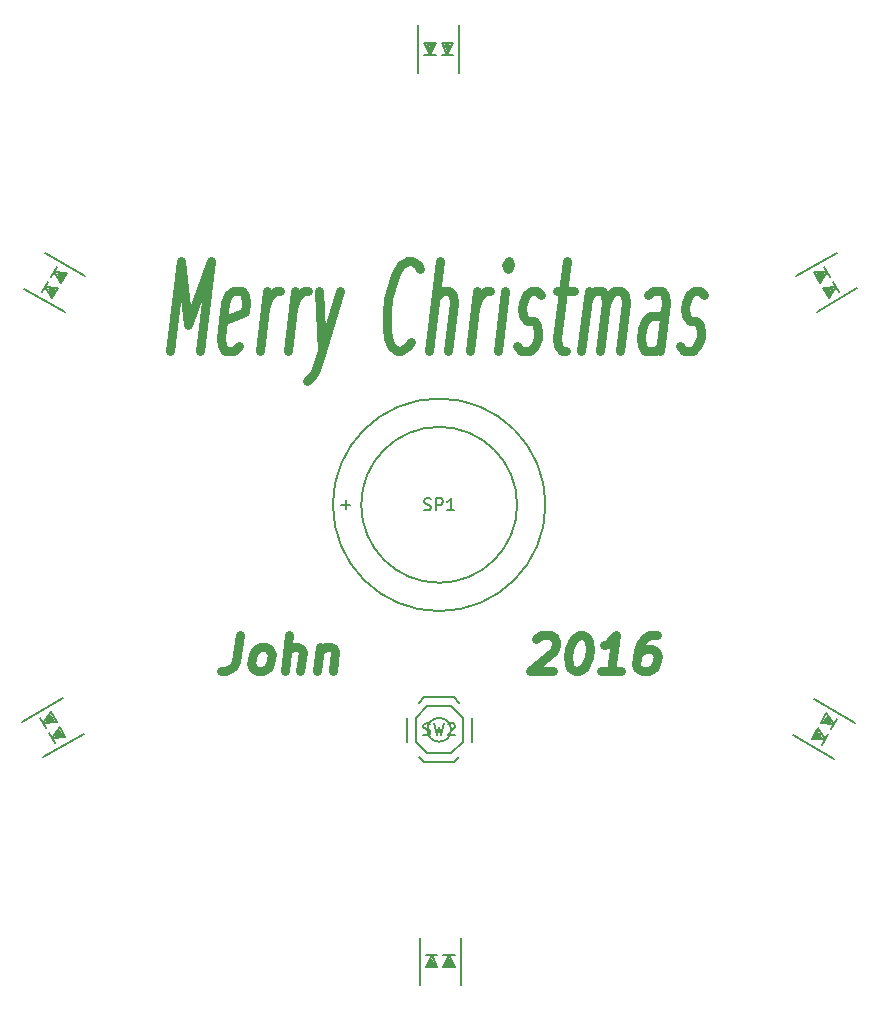
<source format=gbr>
G04 #@! TF.GenerationSoftware,KiCad,Pcbnew,(2016-12-02 revision 54c5f6b)-makepkg*
G04 #@! TF.CreationDate,2016-12-08T23:13:55-06:00*
G04 #@! TF.ProjectId,Star,537461722E6B696361645F7063620000,rev?*
G04 #@! TF.FileFunction,Legend,Top*
G04 #@! TF.FilePolarity,Positive*
%FSLAX46Y46*%
G04 Gerber Fmt 4.6, Leading zero omitted, Abs format (unit mm)*
G04 Created by KiCad (PCBNEW (2016-12-02 revision 54c5f6b)-makepkg) date 12/08/16 23:13:55*
%MOMM*%
%LPD*%
G01*
G04 APERTURE LIST*
%ADD10C,0.100000*%
%ADD11C,0.762000*%
%ADD12C,0.203200*%
%ADD13C,0.150000*%
G04 APERTURE END LIST*
D10*
D11*
X110110587Y-108820857D02*
X109838444Y-110998000D01*
X109638873Y-111433428D01*
X109312301Y-111723714D01*
X108858730Y-111868857D01*
X108568444Y-111868857D01*
X111616444Y-111868857D02*
X111344301Y-111723714D01*
X111217301Y-111578571D01*
X111108444Y-111288285D01*
X111217301Y-110417428D01*
X111398730Y-110127142D01*
X111562016Y-109982000D01*
X111870444Y-109836857D01*
X112305873Y-109836857D01*
X112578016Y-109982000D01*
X112705016Y-110127142D01*
X112813873Y-110417428D01*
X112705016Y-111288285D01*
X112523587Y-111578571D01*
X112360301Y-111723714D01*
X112051873Y-111868857D01*
X111616444Y-111868857D01*
X113938730Y-111868857D02*
X114319730Y-108820857D01*
X115245016Y-111868857D02*
X115444587Y-110272285D01*
X115335730Y-109982000D01*
X115063587Y-109836857D01*
X114628158Y-109836857D01*
X114319730Y-109982000D01*
X114156444Y-110127142D01*
X116950444Y-109836857D02*
X116696444Y-111868857D01*
X116914158Y-110127142D02*
X117077444Y-109982000D01*
X117385873Y-109836857D01*
X117821301Y-109836857D01*
X118093444Y-109982000D01*
X118202301Y-110272285D01*
X118002730Y-111868857D01*
X135220301Y-109111142D02*
X135383587Y-108966000D01*
X135692016Y-108820857D01*
X136417730Y-108820857D01*
X136689873Y-108966000D01*
X136816873Y-109111142D01*
X136925730Y-109401428D01*
X136889444Y-109691714D01*
X136689873Y-110127142D01*
X134730444Y-111868857D01*
X136617301Y-111868857D01*
X138885158Y-108820857D02*
X139175444Y-108820857D01*
X139447587Y-108966000D01*
X139574587Y-109111142D01*
X139683444Y-109401428D01*
X139756016Y-109982000D01*
X139665301Y-110707714D01*
X139447587Y-111288285D01*
X139266158Y-111578571D01*
X139102873Y-111723714D01*
X138794444Y-111868857D01*
X138504158Y-111868857D01*
X138232016Y-111723714D01*
X138105016Y-111578571D01*
X137996158Y-111288285D01*
X137923587Y-110707714D01*
X138014301Y-109982000D01*
X138232016Y-109401428D01*
X138413444Y-109111142D01*
X138576730Y-108966000D01*
X138885158Y-108820857D01*
X142423016Y-111868857D02*
X140681301Y-111868857D01*
X141552158Y-111868857D02*
X141933158Y-108820857D01*
X141588444Y-109256285D01*
X141261873Y-109546571D01*
X140953444Y-109691714D01*
X145416587Y-108820857D02*
X144836016Y-108820857D01*
X144527587Y-108966000D01*
X144364301Y-109111142D01*
X144019587Y-109546571D01*
X143801873Y-110127142D01*
X143656730Y-111288285D01*
X143765587Y-111578571D01*
X143892587Y-111723714D01*
X144164730Y-111868857D01*
X144745301Y-111868857D01*
X145053730Y-111723714D01*
X145217016Y-111578571D01*
X145398444Y-111288285D01*
X145489158Y-110562571D01*
X145380301Y-110272285D01*
X145253301Y-110127142D01*
X144981158Y-109982000D01*
X144400587Y-109982000D01*
X144092158Y-110127142D01*
X143928873Y-110272285D01*
X143747444Y-110562571D01*
X104191480Y-84727142D02*
X105143980Y-77107142D01*
X105733623Y-82550000D01*
X107683980Y-77107142D01*
X106731480Y-84727142D01*
X110042551Y-84364285D02*
X109634337Y-84727142D01*
X108908623Y-84727142D01*
X108591123Y-84364285D01*
X108500408Y-83638571D01*
X108863266Y-80735714D01*
X109135408Y-80010000D01*
X109543623Y-79647142D01*
X110269337Y-79647142D01*
X110586837Y-80010000D01*
X110677551Y-80735714D01*
X110586837Y-81461428D01*
X108681837Y-82187142D01*
X111811480Y-84727142D02*
X112446480Y-79647142D01*
X112265051Y-81098571D02*
X112537194Y-80372857D01*
X112763980Y-80010000D01*
X113172194Y-79647142D01*
X113535051Y-79647142D01*
X114170051Y-84727142D02*
X114805051Y-79647142D01*
X114623623Y-81098571D02*
X114895766Y-80372857D01*
X115122551Y-80010000D01*
X115530766Y-79647142D01*
X115893623Y-79647142D01*
X116800766Y-79647142D02*
X117072908Y-84727142D01*
X118615051Y-79647142D02*
X117072908Y-84727142D01*
X116483266Y-86541428D01*
X116256480Y-86904285D01*
X115848266Y-87267142D01*
X124602194Y-84001428D02*
X124375408Y-84364285D01*
X123785766Y-84727142D01*
X123422908Y-84727142D01*
X122923980Y-84364285D01*
X122651837Y-83638571D01*
X122561123Y-82912857D01*
X122561123Y-81461428D01*
X122697194Y-80372857D01*
X123060051Y-78921428D01*
X123332194Y-78195714D01*
X123785766Y-77470000D01*
X124375408Y-77107142D01*
X124738266Y-77107142D01*
X125237194Y-77470000D01*
X125373266Y-77832857D01*
X126144337Y-84727142D02*
X127096837Y-77107142D01*
X127777194Y-84727142D02*
X128276123Y-80735714D01*
X128185408Y-80010000D01*
X127867908Y-79647142D01*
X127323623Y-79647142D01*
X126915408Y-80010000D01*
X126688623Y-80372857D01*
X129591480Y-84727142D02*
X130226480Y-79647142D01*
X130045051Y-81098571D02*
X130317194Y-80372857D01*
X130543980Y-80010000D01*
X130952194Y-79647142D01*
X131315051Y-79647142D01*
X131950051Y-84727142D02*
X132585051Y-79647142D01*
X132902551Y-77107142D02*
X132675766Y-77470000D01*
X132811837Y-77832857D01*
X133038623Y-77470000D01*
X132902551Y-77107142D01*
X132811837Y-77832857D01*
X133628266Y-84364285D02*
X133945766Y-84727142D01*
X134671480Y-84727142D01*
X135079694Y-84364285D01*
X135351837Y-83638571D01*
X135397194Y-83275714D01*
X135306480Y-82550000D01*
X134988980Y-82187142D01*
X134444694Y-82187142D01*
X134127194Y-81824285D01*
X134036480Y-81098571D01*
X134081837Y-80735714D01*
X134353980Y-80010000D01*
X134762194Y-79647142D01*
X135306480Y-79647142D01*
X135623980Y-80010000D01*
X136939337Y-79647142D02*
X138390766Y-79647142D01*
X137801123Y-77107142D02*
X136984694Y-83638571D01*
X137075408Y-84364285D01*
X137392908Y-84727142D01*
X137755766Y-84727142D01*
X139025766Y-84727142D02*
X139660766Y-79647142D01*
X139570051Y-80372857D02*
X139796837Y-80010000D01*
X140205051Y-79647142D01*
X140749337Y-79647142D01*
X141066837Y-80010000D01*
X141157551Y-80735714D01*
X140658623Y-84727142D01*
X141157551Y-80735714D02*
X141429694Y-80010000D01*
X141837908Y-79647142D01*
X142382194Y-79647142D01*
X142699694Y-80010000D01*
X142790408Y-80735714D01*
X142291480Y-84727142D01*
X145738623Y-84727142D02*
X146237551Y-80735714D01*
X146146837Y-80010000D01*
X145829337Y-79647142D01*
X145103623Y-79647142D01*
X144695408Y-80010000D01*
X145783980Y-84364285D02*
X145375766Y-84727142D01*
X144468623Y-84727142D01*
X144151123Y-84364285D01*
X144060408Y-83638571D01*
X144151123Y-82912857D01*
X144423266Y-82187142D01*
X144831480Y-81824285D01*
X145738623Y-81824285D01*
X146146837Y-81461428D01*
X147416837Y-84364285D02*
X147734337Y-84727142D01*
X148460051Y-84727142D01*
X148868266Y-84364285D01*
X149140408Y-83638571D01*
X149185766Y-83275714D01*
X149095051Y-82550000D01*
X148777551Y-82187142D01*
X148233266Y-82187142D01*
X147915766Y-81824285D01*
X147825051Y-81098571D01*
X147870408Y-80735714D01*
X148142551Y-80010000D01*
X148550766Y-79647142D01*
X149095051Y-79647142D01*
X149412551Y-80010000D01*
D12*
X94103621Y-115883763D02*
X93993636Y-115947263D01*
X94230621Y-116103734D02*
X94103621Y-115883763D01*
X93773665Y-116074263D02*
X94230621Y-116103734D01*
X94086606Y-115600293D02*
X93773665Y-116074263D01*
X94404106Y-116150219D02*
X94086606Y-115600293D01*
X94755636Y-117267086D02*
X94802121Y-117093601D01*
X95039106Y-117250071D02*
X94755636Y-117267086D01*
X94848606Y-116920115D02*
X95039106Y-117250071D01*
X94535665Y-117394086D02*
X94848606Y-116920115D01*
X95102606Y-117360056D02*
X94535665Y-117394086D01*
X95158342Y-114138594D02*
X91694241Y-116138594D01*
X96908342Y-117169683D02*
X93444241Y-119169683D01*
X93743279Y-116687632D02*
X93243279Y-115821607D01*
X93493279Y-116254620D02*
X94609304Y-116187632D01*
X94109304Y-115321607D02*
X93493279Y-116254620D01*
X94609304Y-116187632D02*
X94109304Y-115321607D01*
X94493279Y-117986670D02*
X93993279Y-117120645D01*
X94243279Y-117553658D02*
X95359304Y-117486670D01*
X94859304Y-116620645D02*
X94243279Y-117553658D01*
X95359304Y-117486670D02*
X94859304Y-116620645D01*
X127876300Y-136639300D02*
X127876300Y-136512300D01*
X127622300Y-136639300D02*
X127876300Y-136639300D01*
X127876300Y-136258300D02*
X127622300Y-136639300D01*
X128130300Y-136766300D02*
X127876300Y-136258300D01*
X127495300Y-136766300D02*
X128130300Y-136766300D01*
X126352300Y-136512300D02*
X126479300Y-136639300D01*
X126225300Y-136766300D02*
X126352300Y-136512300D01*
X126606300Y-136766300D02*
X126225300Y-136766300D01*
X126352300Y-136258300D02*
X126606300Y-136766300D01*
X126098300Y-136766300D02*
X126352300Y-136258300D01*
X128860300Y-138425300D02*
X128860300Y-134425300D01*
X125360300Y-138425300D02*
X125360300Y-134425300D01*
X127360300Y-135925300D02*
X128360300Y-135925300D01*
X127860300Y-135925300D02*
X127360300Y-136925300D01*
X128360300Y-136925300D02*
X127860300Y-135925300D01*
X127360300Y-136925300D02*
X128360300Y-136925300D01*
X125860300Y-135925300D02*
X126860300Y-135925300D01*
X126360300Y-135925300D02*
X125860300Y-136925300D01*
X126860300Y-136925300D02*
X126360300Y-135925300D01*
X125860300Y-136925300D02*
X126860300Y-136925300D01*
X159793096Y-115428067D02*
X159293096Y-116294092D01*
X159293096Y-116294092D02*
X160409121Y-116361079D01*
X160409121Y-116361079D02*
X159793096Y-115428067D01*
X160659121Y-115928067D02*
X160159121Y-116794092D01*
X159043096Y-116727105D02*
X158543096Y-117593130D01*
X158543096Y-117593130D02*
X159659121Y-117660117D01*
X159659121Y-117660117D02*
X159043096Y-116727105D01*
X159909121Y-117227105D02*
X159409121Y-118093130D01*
X158744058Y-114245054D02*
X162208159Y-116245054D01*
X156994058Y-117276143D02*
X160458159Y-119276143D01*
X159811794Y-115713681D02*
X160124735Y-116187651D01*
X160124735Y-116187651D02*
X159557794Y-116153622D01*
X159557794Y-116153622D02*
X159748294Y-115823666D01*
X159748294Y-115823666D02*
X159904764Y-116060651D01*
X159904764Y-116060651D02*
X159731279Y-116107136D01*
X159113294Y-116923518D02*
X158795794Y-117473444D01*
X158795794Y-117473444D02*
X159362735Y-117507474D01*
X159362735Y-117507474D02*
X159159779Y-117097003D01*
X159159779Y-117097003D02*
X159032779Y-117316974D01*
X159032779Y-117316974D02*
X159142764Y-117380474D01*
X158755288Y-78118730D02*
X159255288Y-78984755D01*
X159255288Y-78984755D02*
X159871313Y-78051742D01*
X159871313Y-78051742D02*
X158755288Y-78118730D01*
X159621313Y-77618730D02*
X160121313Y-78484755D01*
X159505288Y-79417768D02*
X160005288Y-80283793D01*
X160005288Y-80283793D02*
X160621313Y-79350780D01*
X160621313Y-79350780D02*
X159505288Y-79417768D01*
X160371313Y-78917768D02*
X160871313Y-79783793D01*
X157206250Y-78435717D02*
X160670351Y-76435717D01*
X158956250Y-81466806D02*
X162420351Y-79466806D01*
X159011986Y-78245344D02*
X159578927Y-78211314D01*
X159578927Y-78211314D02*
X159265986Y-78685285D01*
X159265986Y-78685285D02*
X159075486Y-78355329D01*
X159075486Y-78355329D02*
X159358956Y-78338314D01*
X159358956Y-78338314D02*
X159312471Y-78511799D01*
X159710486Y-79455181D02*
X160027986Y-80005107D01*
X160027986Y-80005107D02*
X160340927Y-79531137D01*
X160340927Y-79531137D02*
X159883971Y-79501666D01*
X159883971Y-79501666D02*
X160010971Y-79721637D01*
X160010971Y-79721637D02*
X160120956Y-79658137D01*
X126187200Y-58991500D02*
X126187200Y-59118500D01*
X126441200Y-58991500D02*
X126187200Y-58991500D01*
X126187200Y-59372500D02*
X126441200Y-58991500D01*
X125933200Y-58864500D02*
X126187200Y-59372500D01*
X126568200Y-58864500D02*
X125933200Y-58864500D01*
X127711200Y-59118500D02*
X127584200Y-58991500D01*
X127838200Y-58864500D02*
X127711200Y-59118500D01*
X127457200Y-58864500D02*
X127838200Y-58864500D01*
X127711200Y-59372500D02*
X127457200Y-58864500D01*
X127965200Y-58864500D02*
X127711200Y-59372500D01*
X125203200Y-57205500D02*
X125203200Y-61205500D01*
X128703200Y-57205500D02*
X128703200Y-61205500D01*
X126703200Y-59705500D02*
X125703200Y-59705500D01*
X126203200Y-59705500D02*
X126703200Y-58705500D01*
X125703200Y-58705500D02*
X126203200Y-59705500D01*
X126703200Y-58705500D02*
X125703200Y-58705500D01*
X128203200Y-59705500D02*
X127203200Y-59705500D01*
X127703200Y-59705500D02*
X128203200Y-58705500D01*
X127203200Y-58705500D02*
X127703200Y-59705500D01*
X128203200Y-58705500D02*
X127203200Y-58705500D01*
X94257704Y-80304333D02*
X94757704Y-79438308D01*
X94757704Y-79438308D02*
X93641679Y-79371321D01*
X93641679Y-79371321D02*
X94257704Y-80304333D01*
X93391679Y-79804333D02*
X93891679Y-78938308D01*
X95007704Y-79005295D02*
X95507704Y-78139270D01*
X95507704Y-78139270D02*
X94391679Y-78072283D01*
X94391679Y-78072283D02*
X95007704Y-79005295D01*
X94141679Y-78505295D02*
X94641679Y-77639270D01*
X95306742Y-81487346D02*
X91842641Y-79487346D01*
X97056742Y-78456257D02*
X93592641Y-76456257D01*
X94239006Y-80018719D02*
X93926065Y-79544749D01*
X93926065Y-79544749D02*
X94493006Y-79578778D01*
X94493006Y-79578778D02*
X94302506Y-79908734D01*
X94302506Y-79908734D02*
X94146036Y-79671749D01*
X94146036Y-79671749D02*
X94319521Y-79625264D01*
X94937506Y-78808882D02*
X95255006Y-78258956D01*
X95255006Y-78258956D02*
X94688065Y-78224926D01*
X94688065Y-78224926D02*
X94891021Y-78635397D01*
X94891021Y-78635397D02*
X95018021Y-78415426D01*
X95018021Y-78415426D02*
X94908036Y-78351926D01*
X136000000Y-97790000D02*
G75*
G03X136000000Y-97790000I-9000000J0D01*
G01*
X133600000Y-97790000D02*
G75*
G03X133600000Y-97790000I-6600000J0D01*
G01*
D13*
X128000000Y-116840000D02*
G75*
G03X128000000Y-116840000I-1000000J0D01*
G01*
X128250000Y-119590000D02*
X125750000Y-119590000D01*
X129750000Y-117840000D02*
X129750000Y-115840000D01*
X128250000Y-114090000D02*
X125750000Y-114090000D01*
X124250000Y-117840000D02*
X124250000Y-115840000D01*
X129000000Y-115840000D02*
X129000000Y-117840000D01*
X128000000Y-114840000D02*
X129000000Y-115840000D01*
X126000000Y-114840000D02*
X128000000Y-114840000D01*
X125000000Y-115840000D02*
X126000000Y-114840000D01*
X125000000Y-117840000D02*
X125000000Y-115840000D01*
X126000000Y-118840000D02*
X125000000Y-117840000D01*
X128000000Y-118840000D02*
X126000000Y-118840000D01*
X129000000Y-117840000D02*
X128000000Y-118840000D01*
X128700000Y-119140000D02*
X128250000Y-119590000D01*
X125300000Y-119140000D02*
X125750000Y-119590000D01*
X125300000Y-114540000D02*
X125750000Y-114090000D01*
X128700000Y-114540000D02*
X128250000Y-114090000D01*
X125738095Y-98194761D02*
X125880952Y-98242380D01*
X126119047Y-98242380D01*
X126214285Y-98194761D01*
X126261904Y-98147142D01*
X126309523Y-98051904D01*
X126309523Y-97956666D01*
X126261904Y-97861428D01*
X126214285Y-97813809D01*
X126119047Y-97766190D01*
X125928571Y-97718571D01*
X125833333Y-97670952D01*
X125785714Y-97623333D01*
X125738095Y-97528095D01*
X125738095Y-97432857D01*
X125785714Y-97337619D01*
X125833333Y-97290000D01*
X125928571Y-97242380D01*
X126166666Y-97242380D01*
X126309523Y-97290000D01*
X126738095Y-98242380D02*
X126738095Y-97242380D01*
X127119047Y-97242380D01*
X127214285Y-97290000D01*
X127261904Y-97337619D01*
X127309523Y-97432857D01*
X127309523Y-97575714D01*
X127261904Y-97670952D01*
X127214285Y-97718571D01*
X127119047Y-97766190D01*
X126738095Y-97766190D01*
X128261904Y-98242380D02*
X127690476Y-98242380D01*
X127976190Y-98242380D02*
X127976190Y-97242380D01*
X127880952Y-97385238D01*
X127785714Y-97480476D01*
X127690476Y-97528095D01*
X119071428Y-98170952D02*
X119071428Y-97409047D01*
X119452380Y-97790000D02*
X118690476Y-97790000D01*
X125666666Y-117244761D02*
X125809523Y-117292380D01*
X126047619Y-117292380D01*
X126142857Y-117244761D01*
X126190476Y-117197142D01*
X126238095Y-117101904D01*
X126238095Y-117006666D01*
X126190476Y-116911428D01*
X126142857Y-116863809D01*
X126047619Y-116816190D01*
X125857142Y-116768571D01*
X125761904Y-116720952D01*
X125714285Y-116673333D01*
X125666666Y-116578095D01*
X125666666Y-116482857D01*
X125714285Y-116387619D01*
X125761904Y-116340000D01*
X125857142Y-116292380D01*
X126095238Y-116292380D01*
X126238095Y-116340000D01*
X126571428Y-116292380D02*
X126809523Y-117292380D01*
X127000000Y-116578095D01*
X127190476Y-117292380D01*
X127428571Y-116292380D01*
X127761904Y-116387619D02*
X127809523Y-116340000D01*
X127904761Y-116292380D01*
X128142857Y-116292380D01*
X128238095Y-116340000D01*
X128285714Y-116387619D01*
X128333333Y-116482857D01*
X128333333Y-116578095D01*
X128285714Y-116720952D01*
X127714285Y-117292380D01*
X128333333Y-117292380D01*
M02*

</source>
